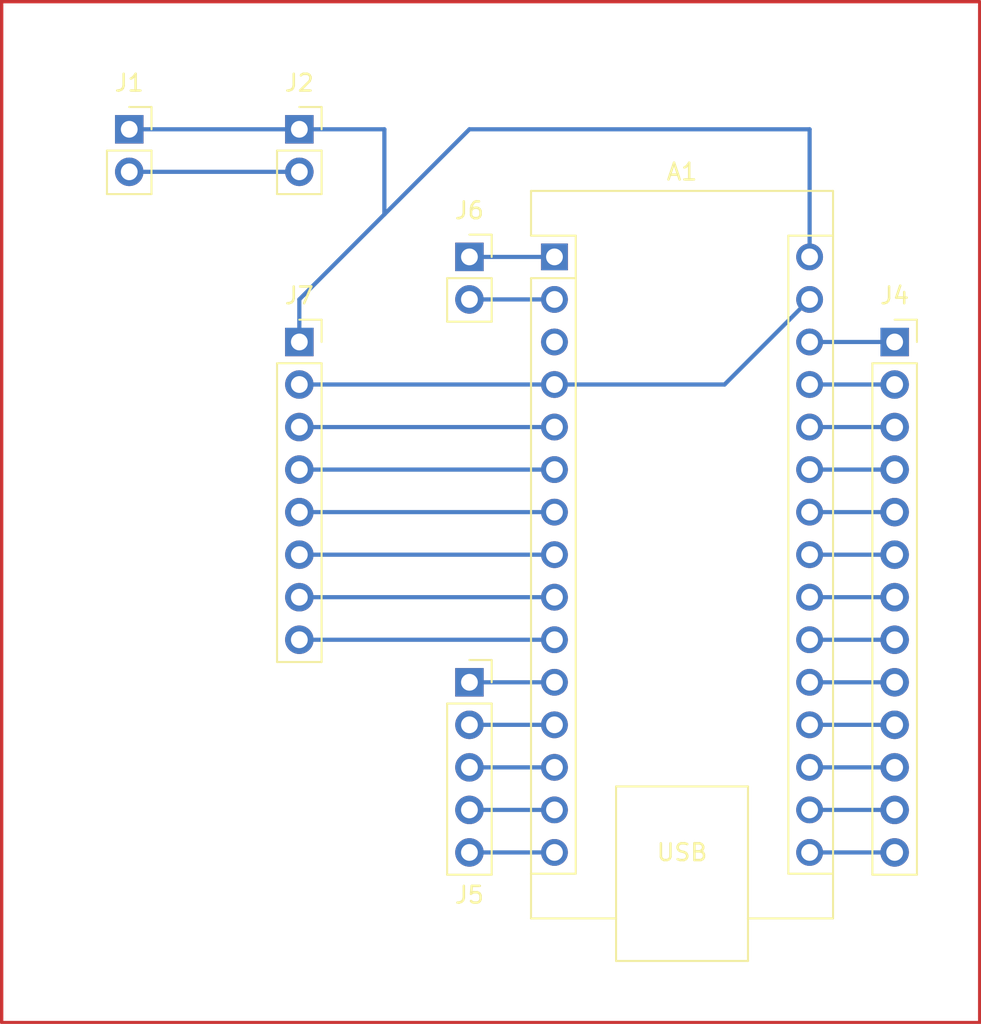
<source format=kicad_pcb>
(kicad_pcb (version 20221018) (generator pcbnew)
  (title_block (title "Arduino Nano 33 IOT Sheild") (date "2023-10-22") (rev "1.0") (company "Prabh_Designers"))
  (layers (0 "F.Cu" signal) (31 "B.Cu" signal) (34 "B.Paste" user) (35 "F.Paste" user) (36 "B.SilkS" user "B.Silkscreen") (37 "F.SilkS" user "F.Silkscreen") (38 "B.Mask" user) (39 "F.Mask" user) (44 "Edge.Cuts" user))
  (net 0 "")
  (net 1 "/TX1")
  (net 2 "/RX0")
  (net 3 "/RST")
  (net 4 "GND")
  (net 5 "/D2")
  (net 6 "/D3")
  (net 7 "/D4")
  (net 8 "/D5")
  (net 9 "/D6")
  (net 10 "/D7")
  (net 11 "/D8")
  (net 12 "/D9")
  (net 13 "/D10")
  (net 14 "/D11")
  (net 15 "/D12")
  (net 16 "/D13")
  (net 17 "+3.3V")
  (net 18 "/AREF")
  (net 19 "/AO")
  (net 20 "/A1")
  (net 21 "/A2")
  (net 22 "/A3")
  (net 23 "/A4")
  (net 24 "/A5")
  (net 25 "/A6")
  (net 26 "/A7")
  (net 27 "+5V")
  (net 28 "/VIN")
  (net 29 "Net-(J1-Pin_2)")
  (footprint "Connector_PinSocket_2.54mm:PinSocket_1x02_P2.54mm_Vertical" (layer "F.Cu") (at 116.84 68.58)
    (fp_text reference "J6" (at 0 -2.77) (layer "F.SilkS"))
    (fp_text value "Conn_01x02_Socket" hide)
    (fp_line (start -1.33 1.27) (end -1.33 3.87) (stroke (width 0.12)) (layer "F.SilkS"))
    (fp_line (start -1.33 1.27) (end 1.33 1.27) (stroke (width 0.12)) (layer "F.SilkS"))
    (fp_line (start -1.33 3.87) (end 1.33 3.87) (stroke (width 0.12)) (layer "F.SilkS"))
    (fp_line (start 0 -1.33) (end 1.33 -1.33) (stroke (width 0.12)) (layer "F.SilkS"))
    (fp_line (start 1.33 -1.33) (end 1.33 0) (stroke (width 0.12)) (layer "F.SilkS"))
    (fp_line (start 1.33 1.27) (end 1.33 3.87) (stroke (width 0.12)) (layer "F.SilkS"))
    (pad "1" thru_hole rect (at 0 0) (size 1.7 1.7) (drill 1) (layers "*.Cu" "*.Mask") (net 1 "/TX1"))
    (pad "2" thru_hole oval (at 0 2.54) (size 1.7 1.7) (drill 1) (layers "*.Cu" "*.Mask") (net 2 "/RX0"))
  )
  (footprint "Connector_PinSocket_2.54mm:PinSocket_1x02_P2.54mm_Vertical" (layer "F.Cu") (at 96.52 60.96)
    (fp_text reference "J1" (at 0 -2.77) (layer "F.SilkS"))
    (fp_text value "Main Power Input")
    (fp_line (start -1.33 1.27) (end -1.33 3.87) (stroke (width 0.12)) (layer "F.SilkS"))
    (fp_line (start -1.33 1.27) (end 1.33 1.27) (stroke (width 0.12)) (layer "F.SilkS"))
    (fp_line (start -1.33 3.87) (end 1.33 3.87) (stroke (width 0.12)) (layer "F.SilkS"))
    (fp_line (start 0 -1.33) (end 1.33 -1.33) (stroke (width 0.12)) (layer "F.SilkS"))
    (fp_line (start 1.33 -1.33) (end 1.33 0) (stroke (width 0.12)) (layer "F.SilkS"))
    (fp_line (start 1.33 1.27) (end 1.33 3.87) (stroke (width 0.12)) (layer "F.SilkS"))
    (pad "1" thru_hole rect (at 0 0) (size 1.7 1.7) (drill 1) (layers "*.Cu" "*.Mask") (net 28 "/VIN"))
    (pad "2" thru_hole oval (at 0 2.54) (size 1.7 1.7) (drill 1) (layers "*.Cu" "*.Mask") (net 29 "Net-(J1-Pin_2)"))
  )
  (footprint "Connector_PinSocket_2.54mm:PinSocket_1x08_P2.54mm_Vertical" (layer "F.Cu") (at 106.68 73.66)
    (fp_text reference "J7" (at 0 -2.77) (layer "F.SilkS"))
    (fp_text value "Nano Power Input and Motors Output")
    (fp_line (start -1.33 1.27) (end -1.33 19.11) (stroke (width 0.12)) (layer "F.SilkS"))
    (fp_line (start -1.33 1.27) (end 1.33 1.27) (stroke (width 0.12)) (layer "F.SilkS"))
    (fp_line (start -1.33 19.11) (end 1.33 19.11) (stroke (width 0.12)) (layer "F.SilkS"))
    (fp_line (start 0 -1.33) (end 1.33 -1.33) (stroke (width 0.12)) (layer "F.SilkS"))
    (fp_line (start 1.33 -1.33) (end 1.33 0) (stroke (width 0.12)) (layer "F.SilkS"))
    (fp_line (start 1.33 1.27) (end 1.33 19.11) (stroke (width 0.12)) (layer "F.SilkS"))
    (pad "1" thru_hole rect (at 0 0) (size 1.7 1.7) (drill 1) (layers "*.Cu" "*.Mask") (net 28 "/VIN"))
    (pad "2" thru_hole oval (at 0 2.54) (size 1.7 1.7) (drill 1) (layers "*.Cu" "*.Mask") (net 4 "GND"))
    (pad "3" thru_hole oval (at 0 5.08) (size 1.7 1.7) (drill 1) (layers "*.Cu" "*.Mask") (net 5 "/D2"))
    (pad "4" thru_hole oval (at 0 7.62) (size 1.7 1.7) (drill 1) (layers "*.Cu" "*.Mask") (net 6 "/D3"))
    (pad "5" thru_hole oval (at 0 10.16) (size 1.7 1.7) (drill 1) (layers "*.Cu" "*.Mask") (net 7 "/D4"))
    (pad "6" thru_hole oval (at 0 12.7) (size 1.7 1.7) (drill 1) (layers "*.Cu" "*.Mask") (net 8 "/D5"))
    (pad "7" thru_hole oval (at 0 15.24) (size 1.7 1.7) (drill 1) (layers "*.Cu" "*.Mask") (net 9 "/D6"))
    (pad "8" thru_hole oval (at 0 17.78) (size 1.7 1.7) (drill 1) (layers "*.Cu" "*.Mask") (net 10 "/D7"))
  )
  (footprint "Connector_PinSocket_2.54mm:PinSocket_1x02_P2.54mm_Vertical" (layer "F.Cu") (at 106.68 60.96)
    (fp_text reference "J2" (at 0 -2.77) (layer "F.SilkS"))
    (fp_text value "Motors Power Output")
    (fp_line (start -1.33 1.27) (end -1.33 3.87) (stroke (width 0.12)) (layer "F.SilkS"))
    (fp_line (start -1.33 1.27) (end 1.33 1.27) (stroke (width 0.12)) (layer "F.SilkS"))
    (fp_line (start -1.33 3.87) (end 1.33 3.87) (stroke (width 0.12)) (layer "F.SilkS"))
    (fp_line (start 0 -1.33) (end 1.33 -1.33) (stroke (width 0.12)) (layer "F.SilkS"))
    (fp_line (start 1.33 -1.33) (end 1.33 0) (stroke (width 0.12)) (layer "F.SilkS"))
    (fp_line (start 1.33 1.27) (end 1.33 3.87) (stroke (width 0.12)) (layer "F.SilkS"))
    (pad "1" thru_hole rect (at 0 0) (size 1.7 1.7) (drill 1) (layers "*.Cu" "*.Mask") (net 28 "/VIN"))
    (pad "2" thru_hole oval (at 0 2.54) (size 1.7 1.7) (drill 1) (layers "*.Cu" "*.Mask") (net 29 "Net-(J1-Pin_2)"))
  )
  (footprint "Module:Arduino_Nano" (layer "F.Cu") (at 121.92 68.58)
    (fp_text reference "A1" (at 7.62 -5.08) (layer "F.SilkS"))
    (fp_text value "Arduino_Nano_v3.x" hide)
    (fp_text user "USB" (at 7.62 35.56 unlocked) (layer "F.SilkS"))
    (fp_line (start -1.4 -3.94) (end -1.4 -1.27) (stroke (width 0.12)) (layer "F.SilkS"))
    (fp_line (start -1.4 1.27) (end -1.4 39.5) (stroke (width 0.12)) (layer "F.SilkS"))
    (fp_line (start -1.4 39.5) (end 3.68 39.5) (stroke (width 0.12)) (layer "F.SilkS"))
    (fp_line (start 1.27 -1.27) (end -1.4 -1.27) (stroke (width 0.12)) (layer "F.SilkS"))
    (fp_line (start 1.27 1.27) (end -1.4 1.27) (stroke (width 0.12)) (layer "F.SilkS"))
    (fp_line (start 1.27 1.27) (end 1.27 -1.27) (stroke (width 0.12)) (layer "F.SilkS"))
    (fp_line (start 1.27 1.27) (end 1.27 36.83) (stroke (width 0.12)) (layer "F.SilkS"))
    (fp_line (start 1.27 36.83) (end -1.4 36.83) (stroke (width 0.12)) (layer "F.SilkS"))
    (fp_line (start 3.68 31.62) (end 11.56 31.62) (stroke (width 0.12)) (layer "F.SilkS"))
    (fp_line (start 3.68 42.04) (end 3.68 31.62) (stroke (width 0.12)) (layer "F.SilkS"))
    (fp_line (start 11.56 31.62) (end 11.56 42.04) (stroke (width 0.12)) (layer "F.SilkS"))
    (fp_line (start 11.56 42.04) (end 3.68 42.04) (stroke (width 0.12)) (layer "F.SilkS"))
    (fp_line (start 13.97 -1.27) (end 13.97 36.83) (stroke (width 0.12)) (layer "F.SilkS"))
    (fp_line (start 13.97 -1.27) (end 16.64 -1.27) (stroke (width 0.12)) (layer "F.SilkS"))
    (fp_line (start 13.97 36.83) (end 16.64 36.83) (stroke (width 0.12)) (layer "F.SilkS"))
    (fp_line (start 16.64 -3.94) (end -1.4 -3.94) (stroke (width 0.12)) (layer "F.SilkS"))
    (fp_line (start 16.64 39.5) (end 11.56 39.5) (stroke (width 0.12)) (layer "F.SilkS"))
    (fp_line (start 16.64 39.5) (end 16.64 -3.94) (stroke (width 0.12)) (layer "F.SilkS"))
    (pad "1" thru_hole rect (at 0 0) (size 1.6 1.6) (drill 1) (layers "*.Cu" "*.Mask") (net 1 "/TX1"))
    (pad "2" thru_hole oval (at 0 2.54) (size 1.6 1.6) (drill 1) (layers "*.Cu" "*.Mask") (net 2 "/RX0"))
    (pad "3" thru_hole oval (at 0 5.08) (size 1.6 1.6) (drill 1) (layers "*.Cu" "*.Mask") (net 3 "/RST"))
    (pad "4" thru_hole oval (at 0 7.62) (size 1.6 1.6) (drill 1) (layers "*.Cu" "*.Mask") (net 4 "GND"))
    (pad "5" thru_hole oval (at 0 10.16) (size 1.6 1.6) (drill 1) (layers "*.Cu" "*.Mask") (net 5 "/D2"))
    (pad "6" thru_hole oval (at 0 12.7) (size 1.6 1.6) (drill 1) (layers "*.Cu" "*.Mask") (net 6 "/D3"))
    (pad "7" thru_hole oval (at 0 15.24) (size 1.6 1.6) (drill 1) (layers "*.Cu" "*.Mask") (net 7 "/D4"))
    (pad "8" thru_hole oval (at 0 17.78) (size 1.6 1.6) (drill 1) (layers "*.Cu" "*.Mask") (net 8 "/D5"))
    (pad "9" thru_hole oval (at 0 20.32) (size 1.6 1.6) (drill 1) (layers "*.Cu" "*.Mask") (net 9 "/D6"))
    (pad "10" thru_hole oval (at 0 22.86) (size 1.6 1.6) (drill 1) (layers "*.Cu" "*.Mask") (net 10 "/D7"))
    (pad "11" thru_hole oval (at 0 25.4) (size 1.6 1.6) (drill 1) (layers "*.Cu" "*.Mask") (net 11 "/D8"))
    (pad "12" thru_hole oval (at 0 27.94) (size 1.6 1.6) (drill 1) (layers "*.Cu" "*.Mask") (net 12 "/D9"))
    (pad "13" thru_hole oval (at 0 30.48) (size 1.6 1.6) (drill 1) (layers "*.Cu" "*.Mask") (net 13 "/D10"))
    (pad "14" thru_hole oval (at 0 33.02) (size 1.6 1.6) (drill 1) (layers "*.Cu" "*.Mask") (net 14 "/D11"))
    (pad "15" thru_hole oval (at 0 35.56) (size 1.6 1.6) (drill 1) (layers "*.Cu" "*.Mask") (net 15 "/D12"))
    (pad "16" thru_hole oval (at 15.24 35.56) (size 1.6 1.6) (drill 1) (layers "*.Cu" "*.Mask") (net 16 "/D13"))
    (pad "17" thru_hole oval (at 15.24 33.02) (size 1.6 1.6) (drill 1) (layers "*.Cu" "*.Mask") (net 17 "+3.3V"))
    (pad "18" thru_hole oval (at 15.24 30.48) (size 1.6 1.6) (drill 1) (layers "*.Cu" "*.Mask") (net 18 "/AREF"))
    (pad "19" thru_hole oval (at 15.24 27.94) (size 1.6 1.6) (drill 1) (layers "*.Cu" "*.Mask") (net 19 "/AO"))
    (pad "20" thru_hole oval (at 15.24 25.4) (size 1.6 1.6) (drill 1) (layers "*.Cu" "*.Mask") (net 20 "/A1"))
    (pad "21" thru_hole oval (at 15.24 22.86) (size 1.6 1.6) (drill 1) (layers "*.Cu" "*.Mask") (net 21 "/A2"))
    (pad "22" thru_hole oval (at 15.24 20.32) (size 1.6 1.6) (drill 1) (layers "*.Cu" "*.Mask") (net 22 "/A3"))
    (pad "23" thru_hole oval (at 15.24 17.78) (size 1.6 1.6) (drill 1) (layers "*.Cu" "*.Mask") (net 23 "/A4"))
    (pad "24" thru_hole oval (at 15.24 15.24) (size 1.6 1.6) (drill 1) (layers "*.Cu" "*.Mask") (net 24 "/A5"))
    (pad "25" thru_hole oval (at 15.24 12.7) (size 1.6 1.6) (drill 1) (layers "*.Cu" "*.Mask") (net 25 "/A6"))
    (pad "26" thru_hole oval (at 15.24 10.16) (size 1.6 1.6) (drill 1) (layers "*.Cu" "*.Mask") (net 26 "/A7"))
    (pad "27" thru_hole oval (at 15.24 7.62) (size 1.6 1.6) (drill 1) (layers "*.Cu" "*.Mask") (net 27 "+5V"))
    (pad "28" thru_hole oval (at 15.24 5.08) (size 1.6 1.6) (drill 1) (layers "*.Cu" "*.Mask") (net 3 "/RST"))
    (pad "29" thru_hole oval (at 15.24 2.54) (size 1.6 1.6) (drill 1) (layers "*.Cu" "*.Mask") (net 4 "GND"))
    (pad "30" thru_hole oval (at 15.24 0) (size 1.6 1.6) (drill 1) (layers "*.Cu" "*.Mask") (net 28 "/VIN"))
  )
  (footprint "Connector_PinSocket_2.54mm:PinSocket_1x13_P2.54mm_Vertical" (layer "F.Cu") (at 142.24 73.66)
    (fp_text reference "J4" (at 0 -2.77) (layer "F.SilkS"))
    (fp_text value "Conn_01x13_Socket" hide)
    (fp_line (start -1.33 1.27) (end -1.33 31.81) (stroke (width 0.12)) (layer "F.SilkS"))
    (fp_line (start -1.33 1.27) (end 1.33 1.27) (stroke (width 0.12)) (layer "F.SilkS"))
    (fp_line (start -1.33 31.81) (end 1.33 31.81) (stroke (width 0.12)) (layer "F.SilkS"))
    (fp_line (start 0 -1.33) (end 1.33 -1.33) (stroke (width 0.12)) (layer "F.SilkS"))
    (fp_line (start 1.33 -1.33) (end 1.33 0) (stroke (width 0.12)) (layer "F.SilkS"))
    (fp_line (start 1.33 1.27) (end 1.33 31.81) (stroke (width 0.12)) (layer "F.SilkS"))
    (pad "1" thru_hole rect (at 0 0) (size 1.7 1.7) (drill 1) (layers "*.Cu" "*.Mask") (net 3 "/RST"))
    (pad "2" thru_hole oval (at 0 2.54) (size 1.7 1.7) (drill 1) (layers "*.Cu" "*.Mask") (net 27 "+5V"))
    (pad "3" thru_hole oval (at 0 5.08) (size 1.7 1.7) (drill 1) (layers "*.Cu" "*.Mask") (net 26 "/A7"))
    (pad "4" thru_hole oval (at 0 7.62) (size 1.7 1.7) (drill 1) (layers "*.Cu" "*.Mask") (net 25 "/A6"))
    (pad "5" thru_hole oval (at 0 10.16) (size 1.7 1.7) (drill 1) (layers "*.Cu" "*.Mask") (net 24 "/A5"))
    (pad "6" thru_hole oval (at 0 12.7) (size 1.7 1.7) (drill 1) (layers "*.Cu" "*.Mask") (net 23 "/A4"))
    (pad "7" thru_hole oval (at 0 15.24) (size 1.7 1.7) (drill 1) (layers "*.Cu" "*.Mask") (net 22 "/A3"))
    (pad "8" thru_hole oval (at 0 17.78) (size 1.7 1.7) (drill 1) (layers "*.Cu" "*.Mask") (net 21 "/A2"))
    (pad "9" thru_hole oval (at 0 20.32) (size 1.7 1.7) (drill 1) (layers "*.Cu" "*.Mask") (net 20 "/A1"))
    (pad "10" thru_hole oval (at 0 22.86) (size 1.7 1.7) (drill 1) (layers "*.Cu" "*.Mask") (net 19 "/AO"))
    (pad "11" thru_hole oval (at 0 25.4) (size 1.7 1.7) (drill 1) (layers "*.Cu" "*.Mask") (net 18 "/AREF"))
    (pad "12" thru_hole oval (at 0 27.94) (size 1.7 1.7) (drill 1) (layers "*.Cu" "*.Mask") (net 17 "+3.3V"))
    (pad "13" thru_hole oval (at 0 30.48) (size 1.7 1.7) (drill 1) (layers "*.Cu" "*.Mask") (net 16 "/D13"))
  )
  (footprint "Connector_PinSocket_2.54mm:PinSocket_1x05_P2.54mm_Vertical" (layer "F.Cu") (at 116.84 93.98)
    (fp_text reference "J5" (at 0 12.7) (layer "F.SilkS"))
    (fp_text value "Conn_01x05_Socket" hide)
    (fp_line (start -1.33 1.27) (end -1.33 11.49) (stroke (width 0.12)) (layer "F.SilkS"))
    (fp_line (start -1.33 1.27) (end 1.33 1.27) (stroke (width 0.12)) (layer "F.SilkS"))
    (fp_line (start -1.33 11.49) (end 1.33 11.49) (stroke (width 0.12)) (layer "F.SilkS"))
    (fp_line (start 0 -1.33) (end 1.33 -1.33) (stroke (width 0.12)) (layer "F.SilkS"))
    (fp_line (start 1.33 -1.33) (end 1.33 0) (stroke (width 0.12)) (layer "F.SilkS"))
    (fp_line (start 1.33 1.27) (end 1.33 11.49) (stroke (width 0.12)) (layer "F.SilkS"))
    (pad "1" thru_hole rect (at 0 0) (size 1.7 1.7) (drill 1) (layers "*.Cu" "*.Mask") (net 11 "/D8"))
    (pad "2" thru_hole oval (at 0 2.54) (size 1.7 1.7) (drill 1) (layers "*.Cu" "*.Mask") (net 12 "/D9"))
    (pad "3" thru_hole oval (at 0 5.08) (size 1.7 1.7) (drill 1) (layers "*.Cu" "*.Mask") (net 13 "/D10"))
    (pad "4" thru_hole oval (at 0 7.62) (size 1.7 1.7) (drill 1) (layers "*.Cu" "*.Mask") (net 14 "/D11"))
    (pad "5" thru_hole oval (at 0 10.16) (size 1.7 1.7) (drill 1) (layers "*.Cu" "*.Mask") (net 15 "/D12"))
  )
  (gr_rect (start 88.9 53.34) (end 147.32 114.3) (stroke (width 0.2)) (fill none) (layer "F.Cu"))
  (segment (start 116.84 68.58) (end 121.92 68.58) (width 0.25) (layer "B.Cu") (net 1))
  (segment (start 116.84 71.12) (end 121.92 71.12) (width 0.25) (layer "B.Cu") (net 2))
  (segment (start 137.16 73.66) (end 142.24 73.66) (width 0.25) (layer "B.Cu") (net 3))
  (segment (start 121.92 76.2) (end 132.08 76.2) (width 0.25) (layer "B.Cu") (net 4))
  (segment (start 106.68 76.2) (end 121.92 76.2) (width 0.25) (layer "B.Cu") (net 4))
  (segment (start 132.08 76.2) (end 137.16 71.12) (width 0.25) (layer "B.Cu") (net 4))
  (segment (start 121.92 78.74) (end 106.68 78.74) (width 0.25) (layer "B.Cu") (net 5))
  (segment (start 106.68 81.28) (end 121.92 81.28) (width 0.25) (layer "B.Cu") (net 6))
  (segment (start 121.92 83.82) (end 106.68 83.82) (width 0.25) (layer "B.Cu") (net 7))
  (segment (start 106.68 86.36) (end 121.92 86.36) (width 0.25) (layer "B.Cu") (net 8))
  (segment (start 106.68 88.9) (end 121.92 88.9) (width 0.25) (layer "B.Cu") (net 9))
  (segment (start 106.68 91.44) (end 121.92 91.44) (width 0.25) (layer "B.Cu") (net 10))
  (segment (start 121.92 93.98) (end 116.84 93.98) (width 0.25) (layer "B.Cu") (net 11))
  (segment (start 121.92 96.52) (end 116.84 96.52) (width 0.25) (layer "B.Cu") (net 12))
  (segment (start 121.92 99.06) (end 116.84 99.06) (width 0.25) (layer "B.Cu") (net 13))
  (segment (start 121.92 101.6) (end 116.84 101.6) (width 0.25) (layer "B.Cu") (net 14))
  (segment (start 121.92 104.14) (end 116.84 104.14) (width 0.25) (layer "B.Cu") (net 15))
  (segment (start 137.16 104.14) (end 142.24 104.14) (width 0.25) (layer "B.Cu") (net 16))
  (segment (start 137.16 101.6) (end 142.24 101.6) (width 0.25) (layer "B.Cu") (net 17))
  (segment (start 137.16 99.06) (end 142.24 99.06) (width 0.25) (layer "B.Cu") (net 18))
  (segment (start 137.16 96.52) (end 142.24 96.52) (width 0.25) (layer "B.Cu") (net 19))
  (segment (start 137.16 93.98) (end 142.24 93.98) (width 0.25) (layer "B.Cu") (net 20))
  (segment (start 137.16 91.44) (end 142.24 91.44) (width 0.25) (layer "B.Cu") (net 21))
  (segment (start 137.16 88.9) (end 142.24 88.9) (width 0.25) (layer "B.Cu") (net 22))
  (segment (start 137.16 86.36) (end 142.24 86.36) (width 0.25) (layer "B.Cu") (net 23))
  (segment (start 137.16 83.82) (end 142.24 83.82) (width 0.25) (layer "B.Cu") (net 24))
  (segment (start 137.16 81.28) (end 142.24 81.28) (width 0.25) (layer "B.Cu") (net 25))
  (segment (start 137.16 78.74) (end 142.24 78.74) (width 0.25) (layer "B.Cu") (net 26))
  (segment (start 137.16 76.2) (end 142.24 76.2) (width 0.25) (layer "B.Cu") (net 27))
  (segment (start 111.76 66.04) (end 111.76 60.96) (width 0.25) (layer "B.Cu") (net 28))
  (segment (start 116.84 60.96) (end 137.16 60.96) (width 0.25) (layer "B.Cu") (net 28))
  (segment (start 111.76 60.96) (end 106.68 60.96) (width 0.25) (layer "B.Cu") (net 28))
  (segment (start 137.16 60.96) (end 137.16 68.58) (width 0.25) (layer "B.Cu") (net 28))
  (segment (start 106.68 71.12) (end 111.76 66.04) (width 0.25) (layer "B.Cu") (net 28))
  (segment (start 106.68 73.66) (end 106.68 71.12) (width 0.25) (layer "B.Cu") (net 28))
  (segment (start 96.52 60.96) (end 106.68 60.96) (width 0.25) (layer "B.Cu") (net 28))
  (segment (start 111.76 66.04) (end 116.84 60.96) (width 0.25) (layer "B.Cu") (net 28))
  (segment (start 96.52 63.5) (end 106.68 63.5) (width 0.25) (layer "B.Cu") (net 29))
)
</source>
